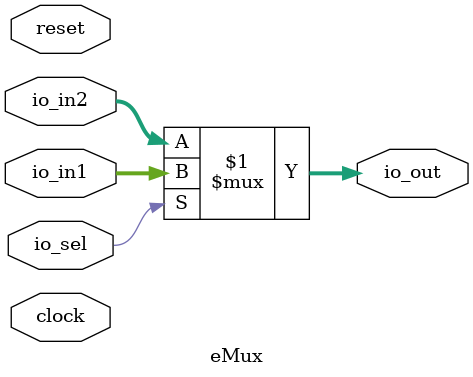
<source format=v>
module eMux(
  input         clock,
  input         reset,
  output [31:0] io_out,
  input  [31:0] io_in1,
  input  [31:0] io_in2,
  input         io_sel
);
  assign io_out = io_sel ? io_in1 : io_in2; // @[Main.scala 25:12]
endmodule

</source>
